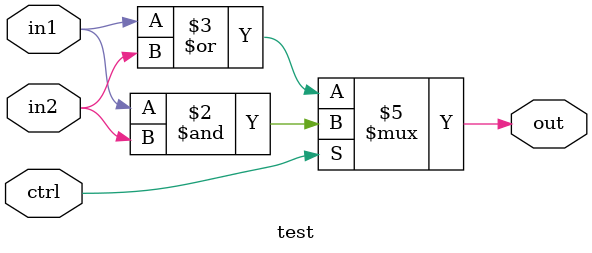
<source format=v>
module test(ctrl, in1,  in2, out);
input ctrl;
input  in1, in2;
output  reg out;

always @ (ctrl or in1 or in2)
	if(ctrl)
		out = in1 & in2;
	else 
		out = in1 | in2;
endmodule		

</source>
